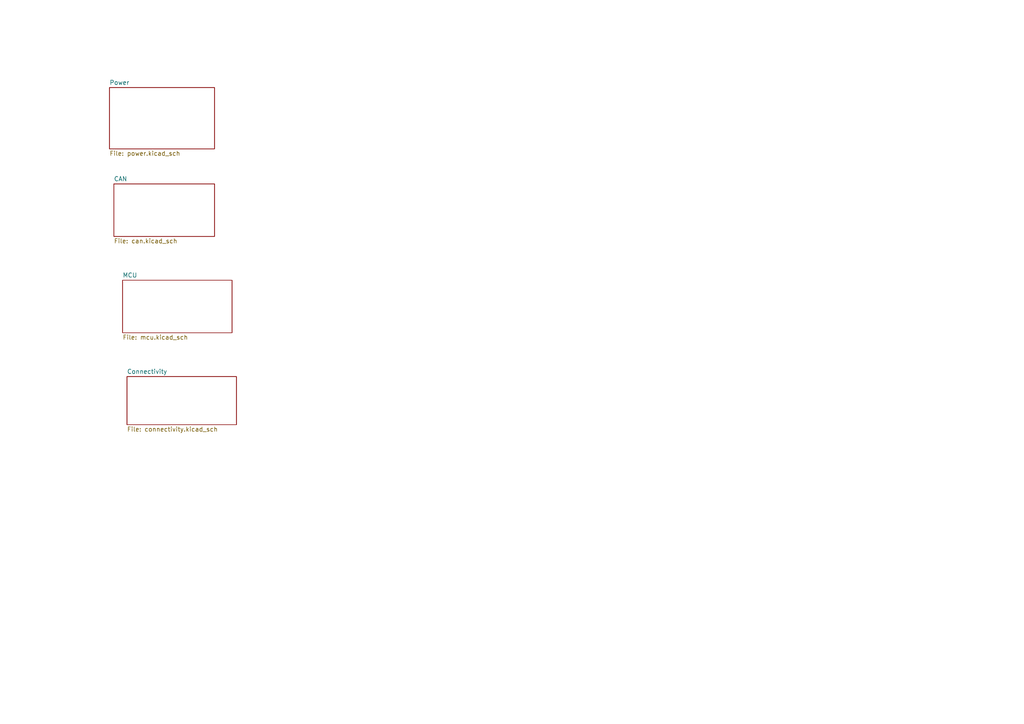
<source format=kicad_sch>
(kicad_sch
	(version 20250114)
	(generator "eeschema")
	(generator_version "9.0")
	(uuid "e43102a4-dd6f-4d32-bd6d-4c06b17a0389")
	(paper "A4")
	(lib_symbols)
	(sheet
		(at 35.56 81.28)
		(size 31.75 15.24)
		(exclude_from_sim no)
		(in_bom yes)
		(on_board yes)
		(dnp no)
		(fields_autoplaced yes)
		(stroke
			(width 0.1524)
			(type solid)
		)
		(fill
			(color 0 0 0 0.0000)
		)
		(uuid "0b0d8537-85d8-48c3-8ee8-bfcf50b44470")
		(property "Sheetname" "MCU"
			(at 35.56 80.5684 0)
			(effects
				(font
					(size 1.27 1.27)
				)
				(justify left bottom)
			)
		)
		(property "Sheetfile" "mcu.kicad_sch"
			(at 35.56 97.1046 0)
			(effects
				(font
					(size 1.27 1.27)
				)
				(justify left top)
			)
		)
		(instances
			(project "trailer-mppt-can-bus"
				(path "/e43102a4-dd6f-4d32-bd6d-4c06b17a0389"
					(page "4")
				)
			)
		)
	)
	(sheet
		(at 33.02 53.34)
		(size 29.21 15.24)
		(exclude_from_sim no)
		(in_bom yes)
		(on_board yes)
		(dnp no)
		(fields_autoplaced yes)
		(stroke
			(width 0.1524)
			(type solid)
		)
		(fill
			(color 0 0 0 0.0000)
		)
		(uuid "378d6d6e-d650-4477-83a4-df54e9436f51")
		(property "Sheetname" "CAN"
			(at 33.02 52.6284 0)
			(effects
				(font
					(size 1.27 1.27)
				)
				(justify left bottom)
			)
		)
		(property "Sheetfile" "can.kicad_sch"
			(at 33.02 69.1646 0)
			(effects
				(font
					(size 1.27 1.27)
				)
				(justify left top)
			)
		)
		(instances
			(project "trailer-mppt-can-bus"
				(path "/e43102a4-dd6f-4d32-bd6d-4c06b17a0389"
					(page "3")
				)
			)
		)
	)
	(sheet
		(at 36.83 109.22)
		(size 31.75 13.97)
		(exclude_from_sim no)
		(in_bom yes)
		(on_board yes)
		(dnp no)
		(fields_autoplaced yes)
		(stroke
			(width 0.1524)
			(type solid)
		)
		(fill
			(color 0 0 0 0.0000)
		)
		(uuid "49f4bb7e-8293-4f83-8e67-ff85c9912e18")
		(property "Sheetname" "Connectivity"
			(at 36.83 108.5084 0)
			(effects
				(font
					(size 1.27 1.27)
				)
				(justify left bottom)
			)
		)
		(property "Sheetfile" "connectivity.kicad_sch"
			(at 36.83 123.7746 0)
			(effects
				(font
					(size 1.27 1.27)
				)
				(justify left top)
			)
		)
		(instances
			(project "trailer-mppt-can-bus"
				(path "/e43102a4-dd6f-4d32-bd6d-4c06b17a0389"
					(page "5")
				)
			)
		)
	)
	(sheet
		(at 31.75 25.4)
		(size 30.48 17.78)
		(exclude_from_sim no)
		(in_bom yes)
		(on_board yes)
		(dnp no)
		(fields_autoplaced yes)
		(stroke
			(width 0.1524)
			(type solid)
		)
		(fill
			(color 0 0 0 0.0000)
		)
		(uuid "5e03bf2b-dca2-46ef-acb8-5634dd421c83")
		(property "Sheetname" "Power"
			(at 31.75 24.6884 0)
			(effects
				(font
					(size 1.27 1.27)
				)
				(justify left bottom)
			)
		)
		(property "Sheetfile" "power.kicad_sch"
			(at 31.75 43.7646 0)
			(effects
				(font
					(size 1.27 1.27)
				)
				(justify left top)
			)
		)
		(instances
			(project "trailer-mppt-can-bus"
				(path "/e43102a4-dd6f-4d32-bd6d-4c06b17a0389"
					(page "2")
				)
			)
		)
	)
	(sheet_instances
		(path "/"
			(page "1")
		)
	)
	(embedded_fonts no)
)

</source>
